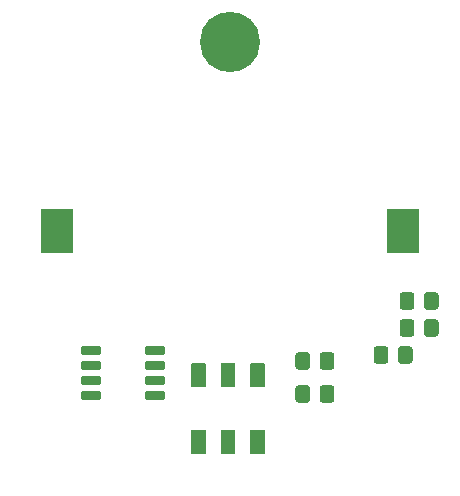
<source format=gbr>
G04 #@! TF.GenerationSoftware,KiCad,Pcbnew,5.1.9*
G04 #@! TF.CreationDate,2021-04-20T19:19:39+02:00*
G04 #@! TF.ProjectId,nibble++,6e696262-6c65-42b2-9b2e-6b696361645f,rev?*
G04 #@! TF.SameCoordinates,Original*
G04 #@! TF.FileFunction,Soldermask,Bot*
G04 #@! TF.FilePolarity,Negative*
%FSLAX46Y46*%
G04 Gerber Fmt 4.6, Leading zero omitted, Abs format (unit mm)*
G04 Created by KiCad (PCBNEW 5.1.9) date 2021-04-20 19:19:39*
%MOMM*%
%LPD*%
G01*
G04 APERTURE LIST*
%ADD10C,5.101600*%
G04 APERTURE END LIST*
G36*
G01*
X115600800Y-105439285D02*
X115600800Y-106396715D01*
G75*
G02*
X115328715Y-106668800I-272085J0D01*
G01*
X114621285Y-106668800D01*
G75*
G02*
X114349200Y-106396715I0J272085D01*
G01*
X114349200Y-105439285D01*
G75*
G02*
X114621285Y-105167200I272085J0D01*
G01*
X115328715Y-105167200D01*
G75*
G02*
X115600800Y-105439285I0J-272085D01*
G01*
G37*
G36*
G01*
X117650800Y-105439285D02*
X117650800Y-106396715D01*
G75*
G02*
X117378715Y-106668800I-272085J0D01*
G01*
X116671285Y-106668800D01*
G75*
G02*
X116399200Y-106396715I0J272085D01*
G01*
X116399200Y-105439285D01*
G75*
G02*
X116671285Y-105167200I272085J0D01*
G01*
X117378715Y-105167200D01*
G75*
G02*
X117650800Y-105439285I0J-272085D01*
G01*
G37*
G36*
G01*
X115600800Y-107725285D02*
X115600800Y-108682715D01*
G75*
G02*
X115328715Y-108954800I-272085J0D01*
G01*
X114621285Y-108954800D01*
G75*
G02*
X114349200Y-108682715I0J272085D01*
G01*
X114349200Y-107725285D01*
G75*
G02*
X114621285Y-107453200I272085J0D01*
G01*
X115328715Y-107453200D01*
G75*
G02*
X115600800Y-107725285I0J-272085D01*
G01*
G37*
G36*
G01*
X117650800Y-107725285D02*
X117650800Y-108682715D01*
G75*
G02*
X117378715Y-108954800I-272085J0D01*
G01*
X116671285Y-108954800D01*
G75*
G02*
X116399200Y-108682715I0J272085D01*
G01*
X116399200Y-107725285D01*
G75*
G02*
X116671285Y-107453200I272085J0D01*
G01*
X117378715Y-107453200D01*
G75*
G02*
X117650800Y-107725285I0J-272085D01*
G01*
G37*
G36*
G01*
X114200200Y-110968715D02*
X114200200Y-110011285D01*
G75*
G02*
X114472285Y-109739200I272085J0D01*
G01*
X115179715Y-109739200D01*
G75*
G02*
X115451800Y-110011285I0J-272085D01*
G01*
X115451800Y-110968715D01*
G75*
G02*
X115179715Y-111240800I-272085J0D01*
G01*
X114472285Y-111240800D01*
G75*
G02*
X114200200Y-110968715I0J272085D01*
G01*
G37*
G36*
G01*
X112150200Y-110968715D02*
X112150200Y-110011285D01*
G75*
G02*
X112422285Y-109739200I272085J0D01*
G01*
X113129715Y-109739200D01*
G75*
G02*
X113401800Y-110011285I0J-272085D01*
G01*
X113401800Y-110968715D01*
G75*
G02*
X113129715Y-111240800I-272085J0D01*
G01*
X112422285Y-111240800D01*
G75*
G02*
X112150200Y-110968715I0J272085D01*
G01*
G37*
G36*
G01*
X107578200Y-114270715D02*
X107578200Y-113313285D01*
G75*
G02*
X107850285Y-113041200I272085J0D01*
G01*
X108557715Y-113041200D01*
G75*
G02*
X108829800Y-113313285I0J-272085D01*
G01*
X108829800Y-114270715D01*
G75*
G02*
X108557715Y-114542800I-272085J0D01*
G01*
X107850285Y-114542800D01*
G75*
G02*
X107578200Y-114270715I0J272085D01*
G01*
G37*
G36*
G01*
X105528200Y-114270715D02*
X105528200Y-113313285D01*
G75*
G02*
X105800285Y-113041200I272085J0D01*
G01*
X106507715Y-113041200D01*
G75*
G02*
X106779800Y-113313285I0J-272085D01*
G01*
X106779800Y-114270715D01*
G75*
G02*
X106507715Y-114542800I-272085J0D01*
G01*
X105800285Y-114542800D01*
G75*
G02*
X105528200Y-114270715I0J272085D01*
G01*
G37*
G36*
G01*
X107578200Y-111476715D02*
X107578200Y-110519285D01*
G75*
G02*
X107850285Y-110247200I272085J0D01*
G01*
X108557715Y-110247200D01*
G75*
G02*
X108829800Y-110519285I0J-272085D01*
G01*
X108829800Y-111476715D01*
G75*
G02*
X108557715Y-111748800I-272085J0D01*
G01*
X107850285Y-111748800D01*
G75*
G02*
X107578200Y-111476715I0J272085D01*
G01*
G37*
G36*
G01*
X105528200Y-111476715D02*
X105528200Y-110519285D01*
G75*
G02*
X105800285Y-110247200I272085J0D01*
G01*
X106507715Y-110247200D01*
G75*
G02*
X106779800Y-110519285I0J-272085D01*
G01*
X106779800Y-111476715D01*
G75*
G02*
X106507715Y-111748800I-272085J0D01*
G01*
X105800285Y-111748800D01*
G75*
G02*
X105528200Y-111476715I0J272085D01*
G01*
G37*
G36*
G01*
X92806200Y-114219000D02*
X92806200Y-113619000D01*
G75*
G02*
X92857000Y-113568200I50800J0D01*
G01*
X94407000Y-113568200D01*
G75*
G02*
X94457800Y-113619000I0J-50800D01*
G01*
X94457800Y-114219000D01*
G75*
G02*
X94407000Y-114269800I-50800J0D01*
G01*
X92857000Y-114269800D01*
G75*
G02*
X92806200Y-114219000I0J50800D01*
G01*
G37*
G36*
G01*
X92806200Y-112949000D02*
X92806200Y-112349000D01*
G75*
G02*
X92857000Y-112298200I50800J0D01*
G01*
X94407000Y-112298200D01*
G75*
G02*
X94457800Y-112349000I0J-50800D01*
G01*
X94457800Y-112949000D01*
G75*
G02*
X94407000Y-112999800I-50800J0D01*
G01*
X92857000Y-112999800D01*
G75*
G02*
X92806200Y-112949000I0J50800D01*
G01*
G37*
G36*
G01*
X92806200Y-111679000D02*
X92806200Y-111079000D01*
G75*
G02*
X92857000Y-111028200I50800J0D01*
G01*
X94407000Y-111028200D01*
G75*
G02*
X94457800Y-111079000I0J-50800D01*
G01*
X94457800Y-111679000D01*
G75*
G02*
X94407000Y-111729800I-50800J0D01*
G01*
X92857000Y-111729800D01*
G75*
G02*
X92806200Y-111679000I0J50800D01*
G01*
G37*
G36*
G01*
X92806200Y-110409000D02*
X92806200Y-109809000D01*
G75*
G02*
X92857000Y-109758200I50800J0D01*
G01*
X94407000Y-109758200D01*
G75*
G02*
X94457800Y-109809000I0J-50800D01*
G01*
X94457800Y-110409000D01*
G75*
G02*
X94407000Y-110459800I-50800J0D01*
G01*
X92857000Y-110459800D01*
G75*
G02*
X92806200Y-110409000I0J50800D01*
G01*
G37*
G36*
G01*
X87406200Y-110409000D02*
X87406200Y-109809000D01*
G75*
G02*
X87457000Y-109758200I50800J0D01*
G01*
X89007000Y-109758200D01*
G75*
G02*
X89057800Y-109809000I0J-50800D01*
G01*
X89057800Y-110409000D01*
G75*
G02*
X89007000Y-110459800I-50800J0D01*
G01*
X87457000Y-110459800D01*
G75*
G02*
X87406200Y-110409000I0J50800D01*
G01*
G37*
G36*
G01*
X87406200Y-111679000D02*
X87406200Y-111079000D01*
G75*
G02*
X87457000Y-111028200I50800J0D01*
G01*
X89007000Y-111028200D01*
G75*
G02*
X89057800Y-111079000I0J-50800D01*
G01*
X89057800Y-111679000D01*
G75*
G02*
X89007000Y-111729800I-50800J0D01*
G01*
X87457000Y-111729800D01*
G75*
G02*
X87406200Y-111679000I0J50800D01*
G01*
G37*
G36*
G01*
X87406200Y-112949000D02*
X87406200Y-112349000D01*
G75*
G02*
X87457000Y-112298200I50800J0D01*
G01*
X89007000Y-112298200D01*
G75*
G02*
X89057800Y-112349000I0J-50800D01*
G01*
X89057800Y-112949000D01*
G75*
G02*
X89007000Y-112999800I-50800J0D01*
G01*
X87457000Y-112999800D01*
G75*
G02*
X87406200Y-112949000I0J50800D01*
G01*
G37*
G36*
G01*
X87406200Y-114219000D02*
X87406200Y-113619000D01*
G75*
G02*
X87457000Y-113568200I50800J0D01*
G01*
X89007000Y-113568200D01*
G75*
G02*
X89057800Y-113619000I0J-50800D01*
G01*
X89057800Y-114219000D01*
G75*
G02*
X89007000Y-114269800I-50800J0D01*
G01*
X87457000Y-114269800D01*
G75*
G02*
X87406200Y-114219000I0J50800D01*
G01*
G37*
D10*
X100000000Y-84000000D03*
G36*
G01*
X116000800Y-98200000D02*
X116000800Y-101800000D01*
G75*
G02*
X115950000Y-101850800I-50800J0D01*
G01*
X113350000Y-101850800D01*
G75*
G02*
X113299200Y-101800000I0J50800D01*
G01*
X113299200Y-98200000D01*
G75*
G02*
X113350000Y-98149200I50800J0D01*
G01*
X115950000Y-98149200D01*
G75*
G02*
X116000800Y-98200000I0J-50800D01*
G01*
G37*
G36*
G01*
X86700800Y-98200000D02*
X86700800Y-101800000D01*
G75*
G02*
X86650000Y-101850800I-50800J0D01*
G01*
X84050000Y-101850800D01*
G75*
G02*
X83999200Y-101800000I0J50800D01*
G01*
X83999200Y-98200000D01*
G75*
G02*
X84050000Y-98149200I50800J0D01*
G01*
X86650000Y-98149200D01*
G75*
G02*
X86700800Y-98200000I0J-50800D01*
G01*
G37*
G36*
G01*
X96721200Y-118831000D02*
X96721200Y-116881000D01*
G75*
G02*
X96772000Y-116830200I50800J0D01*
G01*
X97872000Y-116830200D01*
G75*
G02*
X97922800Y-116881000I0J-50800D01*
G01*
X97922800Y-118831000D01*
G75*
G02*
X97872000Y-118881800I-50800J0D01*
G01*
X96772000Y-118881800D01*
G75*
G02*
X96721200Y-118831000I0J50800D01*
G01*
G37*
G36*
G01*
X99221200Y-118831000D02*
X99221200Y-116881000D01*
G75*
G02*
X99272000Y-116830200I50800J0D01*
G01*
X100372000Y-116830200D01*
G75*
G02*
X100422800Y-116881000I0J-50800D01*
G01*
X100422800Y-118831000D01*
G75*
G02*
X100372000Y-118881800I-50800J0D01*
G01*
X99272000Y-118881800D01*
G75*
G02*
X99221200Y-118831000I0J50800D01*
G01*
G37*
G36*
G01*
X101721200Y-118831000D02*
X101721200Y-116881000D01*
G75*
G02*
X101772000Y-116830200I50800J0D01*
G01*
X102872000Y-116830200D01*
G75*
G02*
X102922800Y-116881000I0J-50800D01*
G01*
X102922800Y-118831000D01*
G75*
G02*
X102872000Y-118881800I-50800J0D01*
G01*
X101772000Y-118881800D01*
G75*
G02*
X101721200Y-118831000I0J50800D01*
G01*
G37*
G36*
G01*
X101721200Y-113181000D02*
X101721200Y-111231000D01*
G75*
G02*
X101772000Y-111180200I50800J0D01*
G01*
X102872000Y-111180200D01*
G75*
G02*
X102922800Y-111231000I0J-50800D01*
G01*
X102922800Y-113181000D01*
G75*
G02*
X102872000Y-113231800I-50800J0D01*
G01*
X101772000Y-113231800D01*
G75*
G02*
X101721200Y-113181000I0J50800D01*
G01*
G37*
G36*
G01*
X96721200Y-113181000D02*
X96721200Y-111231000D01*
G75*
G02*
X96772000Y-111180200I50800J0D01*
G01*
X97872000Y-111180200D01*
G75*
G02*
X97922800Y-111231000I0J-50800D01*
G01*
X97922800Y-113181000D01*
G75*
G02*
X97872000Y-113231800I-50800J0D01*
G01*
X96772000Y-113231800D01*
G75*
G02*
X96721200Y-113181000I0J50800D01*
G01*
G37*
G36*
G01*
X99221200Y-113181000D02*
X99221200Y-111231000D01*
G75*
G02*
X99272000Y-111180200I50800J0D01*
G01*
X100372000Y-111180200D01*
G75*
G02*
X100422800Y-111231000I0J-50800D01*
G01*
X100422800Y-113181000D01*
G75*
G02*
X100372000Y-113231800I-50800J0D01*
G01*
X99272000Y-113231800D01*
G75*
G02*
X99221200Y-113181000I0J50800D01*
G01*
G37*
M02*

</source>
